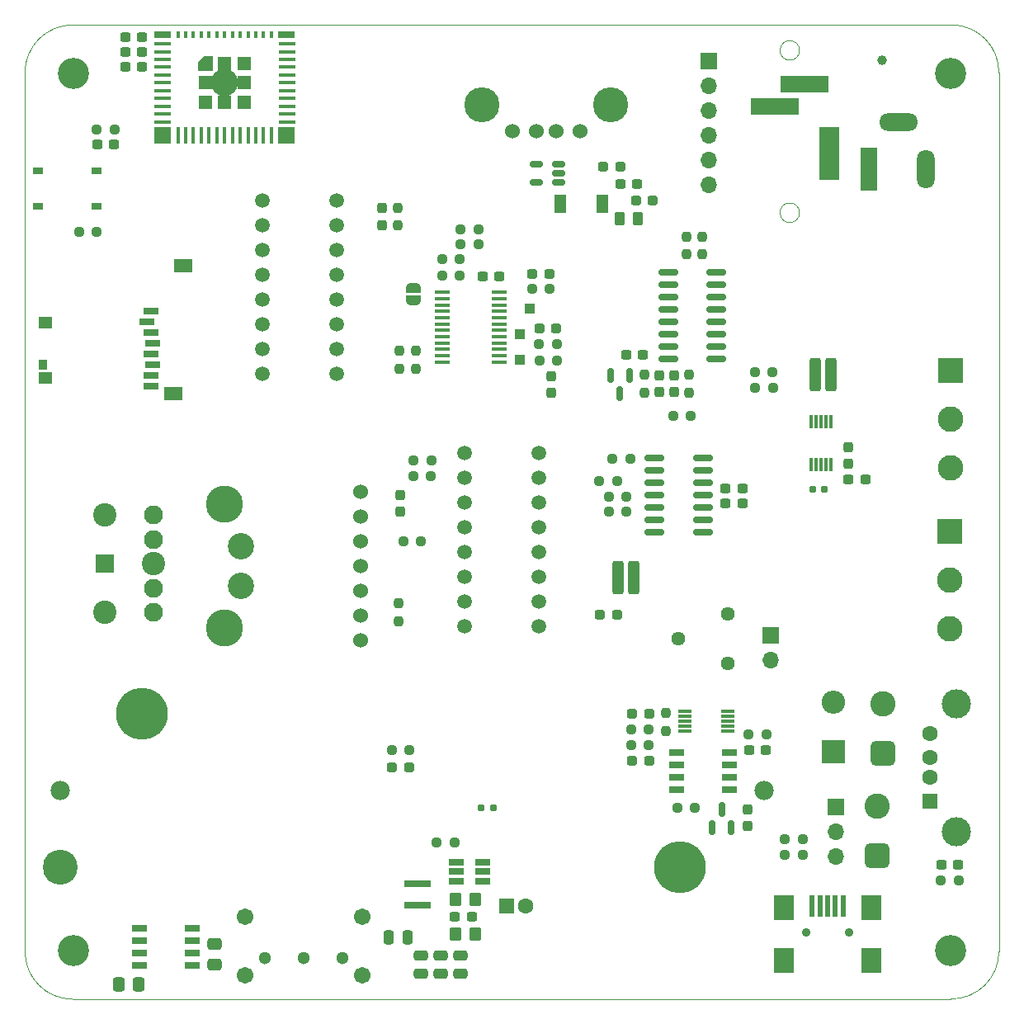
<source format=gbr>
%TF.GenerationSoftware,KiCad,Pcbnew,(6.0.5)*%
%TF.CreationDate,2022-06-30T10:31:43+03:00*%
%TF.ProjectId,test_project_01,74657374-5f70-4726-9f6a-6563745f3031,rev?*%
%TF.SameCoordinates,Original*%
%TF.FileFunction,Soldermask,Top*%
%TF.FilePolarity,Negative*%
%FSLAX46Y46*%
G04 Gerber Fmt 4.6, Leading zero omitted, Abs format (unit mm)*
G04 Created by KiCad (PCBNEW (6.0.5)) date 2022-06-30 10:31:43*
%MOMM*%
%LPD*%
G01*
G04 APERTURE LIST*
G04 Aperture macros list*
%AMRoundRect*
0 Rectangle with rounded corners*
0 $1 Rounding radius*
0 $2 $3 $4 $5 $6 $7 $8 $9 X,Y pos of 4 corners*
0 Add a 4 corners polygon primitive as box body*
4,1,4,$2,$3,$4,$5,$6,$7,$8,$9,$2,$3,0*
0 Add four circle primitives for the rounded corners*
1,1,$1+$1,$2,$3*
1,1,$1+$1,$4,$5*
1,1,$1+$1,$6,$7*
1,1,$1+$1,$8,$9*
0 Add four rect primitives between the rounded corners*
20,1,$1+$1,$2,$3,$4,$5,0*
20,1,$1+$1,$4,$5,$6,$7,0*
20,1,$1+$1,$6,$7,$8,$9,0*
20,1,$1+$1,$8,$9,$2,$3,0*%
%AMFreePoly0*
4,1,22,0.500000,-0.750000,0.000000,-0.750000,0.000000,-0.745033,-0.079941,-0.743568,-0.215256,-0.701293,-0.333266,-0.622738,-0.424486,-0.514219,-0.481581,-0.384460,-0.499164,-0.250000,-0.500000,-0.250000,-0.500000,0.250000,-0.499164,0.250000,-0.499963,0.256109,-0.478152,0.396186,-0.417904,0.524511,-0.324060,0.630769,-0.204165,0.706417,-0.067858,0.745374,0.000000,0.744959,0.000000,0.750000,
0.500000,0.750000,0.500000,-0.750000,0.500000,-0.750000,$1*%
%AMFreePoly1*
4,1,20,0.000000,0.744959,0.073905,0.744508,0.209726,0.703889,0.328688,0.626782,0.421226,0.519385,0.479903,0.390333,0.500000,0.250000,0.500000,-0.250000,0.499851,-0.262216,0.476331,-0.402017,0.414519,-0.529596,0.319384,-0.634700,0.198574,-0.708877,0.061801,-0.746166,0.000000,-0.745033,0.000000,-0.750000,-0.500000,-0.750000,-0.500000,0.750000,0.000000,0.750000,0.000000,0.744959,
0.000000,0.744959,$1*%
%AMFreePoly2*
4,1,6,0.725000,-0.725000,-0.725000,-0.725000,-0.725000,0.125000,-0.125000,0.725000,0.725000,0.725000,0.725000,-0.725000,0.725000,-0.725000,$1*%
G04 Aperture macros list end*
%TA.AperFunction,Profile*%
%ADD10C,0.100000*%
%TD*%
%TA.AperFunction,Profile*%
%ADD11C,0.120000*%
%TD*%
%ADD12RoundRect,0.237500X-0.237500X0.300000X-0.237500X-0.300000X0.237500X-0.300000X0.237500X0.300000X0*%
%ADD13R,2.000000X5.500000*%
%ADD14R,5.000000X1.800000*%
%ADD15RoundRect,0.150000X0.150000X-0.587500X0.150000X0.587500X-0.150000X0.587500X-0.150000X-0.587500X0*%
%ADD16RoundRect,0.237500X-0.300000X-0.237500X0.300000X-0.237500X0.300000X0.237500X-0.300000X0.237500X0*%
%ADD17R,2.700000X0.800000*%
%ADD18RoundRect,0.237500X0.300000X0.237500X-0.300000X0.237500X-0.300000X-0.237500X0.300000X-0.237500X0*%
%ADD19RoundRect,0.237500X-0.250000X-0.237500X0.250000X-0.237500X0.250000X0.237500X-0.250000X0.237500X0*%
%ADD20RoundRect,0.237500X0.237500X-0.300000X0.237500X0.300000X-0.237500X0.300000X-0.237500X-0.300000X0*%
%ADD21RoundRect,0.250000X0.250000X0.475000X-0.250000X0.475000X-0.250000X-0.475000X0.250000X-0.475000X0*%
%ADD22RoundRect,0.237500X-0.287500X-0.237500X0.287500X-0.237500X0.287500X0.237500X-0.287500X0.237500X0*%
%ADD23C,1.440000*%
%ADD24RoundRect,0.237500X0.250000X0.237500X-0.250000X0.237500X-0.250000X-0.237500X0.250000X-0.237500X0*%
%ADD25RoundRect,0.250000X-0.350000X-0.450000X0.350000X-0.450000X0.350000X0.450000X-0.350000X0.450000X0*%
%ADD26R,1.700000X1.700000*%
%ADD27O,1.700000X1.700000*%
%ADD28RoundRect,0.250000X0.475000X-0.337500X0.475000X0.337500X-0.475000X0.337500X-0.475000X-0.337500X0*%
%ADD29RoundRect,0.150000X0.825000X0.150000X-0.825000X0.150000X-0.825000X-0.150000X0.825000X-0.150000X0*%
%ADD30RoundRect,0.160000X-0.197500X-0.160000X0.197500X-0.160000X0.197500X0.160000X-0.197500X0.160000X0*%
%ADD31RoundRect,0.250000X-0.475000X0.250000X-0.475000X-0.250000X0.475000X-0.250000X0.475000X0.250000X0*%
%ADD32RoundRect,0.237500X-0.237500X0.250000X-0.237500X-0.250000X0.237500X-0.250000X0.237500X0.250000X0*%
%ADD33RoundRect,0.250000X0.262500X0.450000X-0.262500X0.450000X-0.262500X-0.450000X0.262500X-0.450000X0*%
%ADD34C,1.300000*%
%ADD35C,1.710000*%
%ADD36RoundRect,0.237500X0.237500X-0.250000X0.237500X0.250000X-0.237500X0.250000X-0.237500X-0.250000X0*%
%ADD37C,1.000000*%
%ADD38C,3.810000*%
%ADD39C,2.700000*%
%ADD40C,1.524000*%
%ADD41RoundRect,0.237500X0.237500X-0.287500X0.237500X0.287500X-0.237500X0.287500X-0.237500X-0.287500X0*%
%ADD42RoundRect,0.160000X0.197500X0.160000X-0.197500X0.160000X-0.197500X-0.160000X0.197500X-0.160000X0*%
%ADD43RoundRect,0.237500X0.287500X0.237500X-0.287500X0.237500X-0.287500X-0.237500X0.287500X-0.237500X0*%
%ADD44R,1.000000X0.700000*%
%ADD45RoundRect,0.250000X0.350000X0.450000X-0.350000X0.450000X-0.350000X-0.450000X0.350000X-0.450000X0*%
%ADD46R,1.000000X1.000000*%
%ADD47R,1.500000X1.600000*%
%ADD48C,1.600000*%
%ADD49C,3.000000*%
%ADD50RoundRect,0.650000X0.650000X-0.650000X0.650000X0.650000X-0.650000X0.650000X-0.650000X-0.650000X0*%
%ADD51C,2.600000*%
%ADD52R,1.400000X0.300000*%
%ADD53RoundRect,0.101600X-1.206500X1.206500X-1.206500X-1.206500X1.206500X-1.206500X1.206500X1.206500X0*%
%ADD54C,2.616200*%
%ADD55FreePoly0,90.000000*%
%ADD56FreePoly1,90.000000*%
%ADD57RoundRect,0.250000X-0.337500X-1.450000X0.337500X-1.450000X0.337500X1.450000X-0.337500X1.450000X0*%
%ADD58C,3.200000*%
%ADD59R,1.800000X0.400000*%
%ADD60R,0.400000X1.800000*%
%ADD61R,1.450000X1.450000*%
%ADD62R,0.400000X0.800000*%
%ADD63R,1.700000X0.700000*%
%ADD64C,2.800000*%
%ADD65FreePoly2,0.000000*%
%ADD66R,1.560000X0.650000*%
%ADD67R,0.300000X1.400000*%
%ADD68RoundRect,0.250000X0.337500X0.475000X-0.337500X0.475000X-0.337500X-0.475000X0.337500X-0.475000X0*%
%ADD69R,1.500000X0.650000*%
%ADD70C,1.500000*%
%ADD71R,1.800000X4.400000*%
%ADD72O,1.800000X4.000000*%
%ADD73O,4.000000X1.800000*%
%ADD74R,2.400000X2.400000*%
%ADD75O,2.400000X2.400000*%
%ADD76R,1.200000X1.850000*%
%ADD77R,1.500000X0.450000*%
%ADD78RoundRect,0.250000X0.337500X1.450000X-0.337500X1.450000X-0.337500X-1.450000X0.337500X-1.450000X0*%
%ADD79C,0.900000*%
%ADD80R,0.500000X2.250000*%
%ADD81R,2.000000X2.500000*%
%ADD82R,1.600000X1.600000*%
%ADD83C,1.530000*%
%ADD84C,3.600000*%
%ADD85R,1.400000X1.300000*%
%ADD86R,0.950000X1.000000*%
%ADD87R,1.900000X1.400000*%
%ADD88R,1.500000X0.800000*%
%ADD89RoundRect,0.150000X0.512500X0.150000X-0.512500X0.150000X-0.512500X-0.150000X0.512500X-0.150000X0*%
%ADD90RoundRect,0.150000X-0.150000X0.587500X-0.150000X-0.587500X0.150000X-0.587500X0.150000X0.587500X0*%
%ADD91R,1.950000X1.950000*%
%ADD92C,1.950000*%
%ADD93C,2.400000*%
%ADD94C,1.980000*%
%ADD95C,5.325000*%
%ADD96C,3.585000*%
G04 APERTURE END LIST*
D10*
X54944997Y-50017243D02*
X145105552Y-50016884D01*
X50038000Y-145054603D02*
X50016884Y-54944848D01*
X145034000Y-149961600D02*
X54894048Y-149982716D01*
X149961600Y-145105552D02*
X149961600Y-54944997D01*
X145034000Y-149961600D02*
G75*
G03*
X149961600Y-145105552I70785J4856299D01*
G01*
X50037998Y-145054603D02*
G75*
G03*
X54894048Y-149982716I4856297J-71293D01*
G01*
X54944997Y-50017243D02*
G75*
G03*
X50016884Y-54944848I-254J-4927859D01*
G01*
X149961599Y-54944997D02*
G75*
G03*
X145105552Y-50016884I-4856299J71291D01*
G01*
D11*
%TO.C,J4*%
X129501800Y-69291200D02*
G75*
G03*
X129501800Y-69291200I-1000000J0D01*
G01*
X129501800Y-52639200D02*
G75*
G03*
X129501800Y-52639200I-1000000J0D01*
G01*
%TD*%
D12*
%TO.C,C16*%
X124180600Y-130531700D03*
X124180600Y-132256700D03*
%TD*%
D13*
%TO.C,J4*%
X132549800Y-63195200D03*
D14*
X126961800Y-58369200D03*
X130009800Y-56083200D03*
%TD*%
D15*
%TO.C,U8*%
X120563600Y-132407900D03*
X122463600Y-132407900D03*
X121513600Y-130532900D03*
%TD*%
D16*
%TO.C,C11*%
X121922200Y-97561400D03*
X123647200Y-97561400D03*
%TD*%
D17*
%TO.C,L1*%
X90297000Y-138153000D03*
X90297000Y-140353000D03*
%TD*%
D18*
%TO.C,C5*%
X62050000Y-52806600D03*
X60325000Y-52806600D03*
%TD*%
D19*
%TO.C,R27*%
X110290600Y-94538800D03*
X112115600Y-94538800D03*
%TD*%
D20*
%TO.C,C7*%
X115138200Y-87679700D03*
X115138200Y-85954700D03*
%TD*%
D19*
%TO.C,R34*%
X128017900Y-133604000D03*
X129842900Y-133604000D03*
%TD*%
D21*
%TO.C,C22*%
X89276000Y-143637000D03*
X87376000Y-143637000D03*
%TD*%
D19*
%TO.C,R29*%
X124893700Y-85623400D03*
X126718700Y-85623400D03*
%TD*%
D22*
%TO.C,D3*%
X112307400Y-125552200D03*
X114057400Y-125552200D03*
%TD*%
D23*
%TO.C,RV1*%
X122162000Y-110439200D03*
X117082000Y-112979200D03*
X122162000Y-115519200D03*
%TD*%
D24*
%TO.C,R12*%
X96545400Y-72491600D03*
X94720400Y-72491600D03*
%TD*%
D25*
%TO.C,RR2*%
X94199200Y-139776200D03*
X96199200Y-139776200D03*
%TD*%
D12*
%TO.C,C6*%
X116662200Y-85980100D03*
X116662200Y-87705100D03*
%TD*%
D24*
%TO.C,R25*%
X111758100Y-99974400D03*
X109933100Y-99974400D03*
%TD*%
D26*
%TO.C,JP2*%
X133197600Y-130240800D03*
D27*
X133197600Y-132780800D03*
X133197600Y-135320800D03*
%TD*%
D28*
%TO.C,C18*%
X69469000Y-146427100D03*
X69469000Y-144352100D03*
%TD*%
D29*
%TO.C,U3*%
X120991400Y-84302600D03*
X120991400Y-83032600D03*
X120991400Y-81762600D03*
X120991400Y-80492600D03*
X120991400Y-79222600D03*
X120991400Y-77952600D03*
X120991400Y-76682600D03*
X120991400Y-75412600D03*
X116041400Y-75412600D03*
X116041400Y-76682600D03*
X116041400Y-77952600D03*
X116041400Y-79222600D03*
X116041400Y-80492600D03*
X116041400Y-81762600D03*
X116041400Y-83032600D03*
X116041400Y-84302600D03*
%TD*%
D12*
%TO.C,C8*%
X88544400Y-98222900D03*
X88544400Y-99947900D03*
%TD*%
D30*
%TO.C,FB2*%
X96862300Y-130327400D03*
X98057300Y-130327400D03*
%TD*%
D31*
%TO.C,C21*%
X90678000Y-145481000D03*
X90678000Y-147381000D03*
%TD*%
D18*
%TO.C,C3*%
X59180900Y-62306200D03*
X57455900Y-62306200D03*
%TD*%
D32*
%TO.C,R9*%
X88341200Y-109374300D03*
X88341200Y-111199300D03*
%TD*%
D31*
%TO.C,C24*%
X94742000Y-145481000D03*
X94742000Y-147381000D03*
%TD*%
D33*
%TO.C,R20*%
X112875700Y-69926200D03*
X111050700Y-69926200D03*
%TD*%
D34*
%TO.C,S3*%
X82613000Y-145790500D03*
X78613000Y-145790500D03*
X74613000Y-145790500D03*
D35*
X84613000Y-141540500D03*
X84613000Y-147540500D03*
X72613000Y-147540500D03*
X72613000Y-141540500D03*
%TD*%
D36*
%TO.C,R42*%
X118186200Y-87755100D03*
X118186200Y-85930100D03*
%TD*%
D37*
%TO.C,FID1*%
X137998200Y-53670200D03*
%TD*%
D38*
%TO.C,U4*%
X70510400Y-99161600D03*
X70510400Y-111861600D03*
D39*
X72161400Y-107543600D03*
X72161400Y-103479600D03*
D40*
X84480400Y-97891600D03*
X84480400Y-100431600D03*
X84480400Y-113131600D03*
X84480400Y-110591600D03*
X84480400Y-108051600D03*
X84480400Y-105511600D03*
X84480400Y-102971600D03*
%TD*%
D19*
%TO.C,R36*%
X112221000Y-122275600D03*
X114046000Y-122275600D03*
%TD*%
D41*
%TO.C,D6*%
X86639400Y-70558600D03*
X86639400Y-68808600D03*
%TD*%
D42*
%TO.C,R35*%
X132067900Y-97637600D03*
X130872900Y-97637600D03*
%TD*%
D43*
%TO.C,D5*%
X89456200Y-126161800D03*
X87706200Y-126161800D03*
%TD*%
D44*
%TO.C,SW1*%
X51356000Y-64952000D03*
X57356000Y-64952000D03*
X51356000Y-68652000D03*
X57356000Y-68652000D03*
%TD*%
D36*
%TO.C,R40*%
X115773200Y-122451500D03*
X115773200Y-120626500D03*
%TD*%
D45*
%TO.C,RR1*%
X96199200Y-143281400D03*
X94199200Y-143281400D03*
%TD*%
D19*
%TO.C,R8*%
X88853000Y-102971600D03*
X90678000Y-102971600D03*
%TD*%
D18*
%TO.C,C1*%
X62048900Y-54330600D03*
X60323900Y-54330600D03*
%TD*%
D36*
%TO.C,R18*%
X90121600Y-85312400D03*
X90121600Y-83487400D03*
%TD*%
D26*
%TO.C,J8*%
X120167400Y-53721000D03*
D27*
X120167400Y-56261000D03*
X120167400Y-58801000D03*
X120167400Y-61341000D03*
X120167400Y-63881000D03*
X120167400Y-66421000D03*
%TD*%
D24*
%TO.C,R26*%
X111758100Y-98399600D03*
X109933100Y-98399600D03*
%TD*%
D46*
%TO.C,TP1*%
X101803200Y-79146400D03*
%TD*%
D47*
%TO.C,J9*%
X142925200Y-129712600D03*
D48*
X142925200Y-127212600D03*
X142925200Y-125212600D03*
X142925200Y-122712600D03*
D49*
X145635200Y-132782600D03*
X145635200Y-119642600D03*
%TD*%
D50*
%TO.C,J11*%
X137490200Y-135229600D03*
D51*
X137490200Y-130149600D03*
%TD*%
D19*
%TO.C,R43*%
X116511700Y-90170000D03*
X118336700Y-90170000D03*
%TD*%
D22*
%TO.C,D1*%
X112713800Y-68021200D03*
X114463800Y-68021200D03*
%TD*%
D29*
%TO.C,U6*%
X119569000Y-102108000D03*
X119569000Y-100838000D03*
X119569000Y-99568000D03*
X119569000Y-98298000D03*
X119569000Y-97028000D03*
X119569000Y-95758000D03*
X119569000Y-94488000D03*
X114619000Y-94488000D03*
X114619000Y-95758000D03*
X114619000Y-97028000D03*
X114619000Y-98298000D03*
X114619000Y-99568000D03*
X114619000Y-100838000D03*
X114619000Y-102108000D03*
%TD*%
D50*
%TO.C,J12*%
X138023600Y-124764800D03*
D51*
X138023600Y-119684800D03*
%TD*%
D52*
%TO.C,IC3*%
X117713400Y-120462800D03*
X117713400Y-120962800D03*
X117713400Y-121462800D03*
X117713400Y-121962800D03*
X117713400Y-122462800D03*
X122113400Y-122462800D03*
X122113400Y-121962800D03*
X122113400Y-121462800D03*
X122113400Y-120962800D03*
X122113400Y-120462800D03*
%TD*%
D53*
%TO.C,J7*%
X144940020Y-101959410D03*
D54*
X144940020Y-106958130D03*
X144940020Y-111959390D03*
%TD*%
D16*
%TO.C,C15*%
X124334100Y-124460000D03*
X126059100Y-124460000D03*
%TD*%
D32*
%TO.C,R23*%
X117881400Y-71731500D03*
X117881400Y-73556500D03*
%TD*%
D18*
%TO.C,C12*%
X123646100Y-99085400D03*
X121921100Y-99085400D03*
%TD*%
D55*
%TO.C,JP1*%
X89890600Y-78282800D03*
D56*
X89890600Y-76982800D03*
%TD*%
D16*
%TO.C,C9*%
X111126100Y-66319400D03*
X112851100Y-66319400D03*
%TD*%
D19*
%TO.C,R39*%
X116968900Y-130378200D03*
X118793900Y-130378200D03*
%TD*%
D16*
%TO.C,C4*%
X111710300Y-83896200D03*
X113435300Y-83896200D03*
%TD*%
D22*
%TO.C,D8*%
X102807800Y-81127600D03*
X104557800Y-81127600D03*
%TD*%
D57*
%TO.C,R31*%
X131090100Y-85877400D03*
X132765100Y-85877400D03*
%TD*%
D18*
%TO.C,C10*%
X145791100Y-136220200D03*
X144066100Y-136220200D03*
%TD*%
D24*
%TO.C,R13*%
X96547300Y-70967600D03*
X94722300Y-70967600D03*
%TD*%
D58*
%TO.C,H4*%
X55000000Y-145000000D03*
%TD*%
D16*
%TO.C,C23*%
X96978300Y-75844400D03*
X98703300Y-75844400D03*
%TD*%
D22*
%TO.C,D2*%
X112307400Y-120675400D03*
X114057400Y-120675400D03*
%TD*%
D59*
%TO.C,U1*%
X64112600Y-51956200D03*
X64112600Y-52756200D03*
X64112600Y-53556200D03*
X64112600Y-54356200D03*
X64112600Y-55156200D03*
X64112600Y-55956200D03*
X64112600Y-56756200D03*
X64112600Y-57556200D03*
X64112600Y-58356200D03*
X64112600Y-59156200D03*
X64112600Y-59956200D03*
D60*
X65712600Y-61356200D03*
X66512600Y-61356200D03*
X67312600Y-61356200D03*
X68112600Y-61356200D03*
X68912600Y-61356200D03*
X69712600Y-61356200D03*
X70512600Y-61356200D03*
X71312600Y-61356200D03*
X72112600Y-61356200D03*
X72912600Y-61356200D03*
X73712600Y-61356200D03*
X74512600Y-61356200D03*
X75312600Y-61356200D03*
D59*
X76912600Y-59956200D03*
X76912600Y-59156200D03*
X76912600Y-58356200D03*
X76912600Y-57556200D03*
X76912600Y-56756200D03*
X76912600Y-55956200D03*
X76912600Y-55156200D03*
X76912600Y-54356200D03*
X76912600Y-53556200D03*
X76912600Y-52756200D03*
X76912600Y-51956200D03*
D61*
X70512600Y-53981200D03*
D62*
X65712600Y-51056200D03*
X72912600Y-51056200D03*
X66512600Y-51056200D03*
X70512600Y-51056200D03*
X72112600Y-51056200D03*
D61*
X72487600Y-53981200D03*
D62*
X69712600Y-51056200D03*
X68912600Y-51056200D03*
D61*
X70512600Y-57931200D03*
X68537600Y-57931200D03*
D63*
X76862600Y-51006200D03*
D64*
X70512600Y-55956200D03*
D62*
X74512600Y-51056200D03*
X67312600Y-51056200D03*
D61*
X72487600Y-57931200D03*
X72487600Y-55956200D03*
D65*
X68537600Y-53981200D03*
D63*
X64162600Y-51006200D03*
D61*
X68537600Y-55956200D03*
D62*
X75312600Y-51056200D03*
X71312600Y-51056200D03*
X68112600Y-51056200D03*
D26*
X76862600Y-61356200D03*
D62*
X73712600Y-51056200D03*
D26*
X64162600Y-61356200D03*
%TD*%
D66*
%TO.C,U10*%
X94281000Y-135956000D03*
X94281000Y-136906000D03*
X94281000Y-137856000D03*
X96981000Y-137856000D03*
X96981000Y-136906000D03*
X96981000Y-135956000D03*
%TD*%
D22*
%TO.C,D7*%
X102096600Y-75590400D03*
X103846600Y-75590400D03*
%TD*%
D32*
%TO.C,R19*%
X88468200Y-83468200D03*
X88468200Y-85293200D03*
%TD*%
D24*
%TO.C,R3*%
X94077800Y-133908800D03*
X92252800Y-133908800D03*
%TD*%
D58*
%TO.C,H3*%
X145000000Y-145000000D03*
%TD*%
D19*
%TO.C,R2*%
X57380500Y-60731400D03*
X59205500Y-60731400D03*
%TD*%
D36*
%TO.C,R1*%
X113588800Y-87729700D03*
X113588800Y-85904700D03*
%TD*%
D46*
%TO.C,TP2*%
X100838000Y-81788000D03*
%TD*%
D67*
%TO.C,IC2*%
X132698300Y-90763300D03*
X132198300Y-90763300D03*
X131698300Y-90763300D03*
X131198300Y-90763300D03*
X130698300Y-90763300D03*
X130698300Y-95163300D03*
X131198300Y-95163300D03*
X131698300Y-95163300D03*
X132198300Y-95163300D03*
X132698300Y-95163300D03*
%TD*%
D22*
%TO.C,F1*%
X109361000Y-64566800D03*
X111111000Y-64566800D03*
%TD*%
D24*
%TO.C,R46*%
X104595300Y-82753200D03*
X102770300Y-82753200D03*
%TD*%
D19*
%TO.C,R32*%
X143992600Y-137820400D03*
X145817600Y-137820400D03*
%TD*%
D24*
%TO.C,R6*%
X91741000Y-94691200D03*
X89916000Y-94691200D03*
%TD*%
D68*
%TO.C,C17*%
X61718100Y-148463000D03*
X59643100Y-148463000D03*
%TD*%
D69*
%TO.C,IC4*%
X67165200Y-146507200D03*
X67165200Y-145237200D03*
X67165200Y-143967200D03*
X67165200Y-142697200D03*
X61765200Y-142697200D03*
X61765200Y-143967200D03*
X61765200Y-145237200D03*
X61765200Y-146507200D03*
%TD*%
D53*
%TO.C,J6*%
X145008600Y-85496400D03*
D54*
X145008600Y-90495120D03*
X145008600Y-95496380D03*
%TD*%
D70*
%TO.C,S2*%
X95148400Y-93980000D03*
X102768400Y-93980000D03*
X95148400Y-96520000D03*
X102768400Y-96520000D03*
X95148400Y-99060000D03*
X102768400Y-99060000D03*
X95148400Y-101600000D03*
X102768400Y-101600000D03*
X95148400Y-104140000D03*
X102768400Y-104140000D03*
X95148400Y-106680000D03*
X102768400Y-106680000D03*
X95148400Y-109220000D03*
X102768400Y-109220000D03*
X95148400Y-111760000D03*
X102768400Y-111760000D03*
%TD*%
D71*
%TO.C,J5*%
X136626600Y-64811200D03*
D72*
X142426600Y-64811200D03*
D73*
X139626600Y-60011200D03*
%TD*%
D24*
%TO.C,R28*%
X126769500Y-87223600D03*
X124944500Y-87223600D03*
%TD*%
D32*
%TO.C,R45*%
X88290400Y-68794600D03*
X88290400Y-70619600D03*
%TD*%
D18*
%TO.C,C20*%
X95858500Y-141528800D03*
X94133500Y-141528800D03*
%TD*%
D19*
%TO.C,R44*%
X87671000Y-124434600D03*
X89496000Y-124434600D03*
%TD*%
%TO.C,R16*%
X92838900Y-74066400D03*
X94663900Y-74066400D03*
%TD*%
%TO.C,R24*%
X108966000Y-96824800D03*
X110791000Y-96824800D03*
%TD*%
D41*
%TO.C,D9*%
X104038400Y-87793800D03*
X104038400Y-86043800D03*
%TD*%
D24*
%TO.C,R38*%
X126109100Y-122809000D03*
X124284100Y-122809000D03*
%TD*%
D43*
%TO.C,F2*%
X110806200Y-110540800D03*
X109056200Y-110540800D03*
%TD*%
D19*
%TO.C,R37*%
X112224900Y-123926600D03*
X114049900Y-123926600D03*
%TD*%
D24*
%TO.C,R47*%
X104646100Y-84429600D03*
X102821100Y-84429600D03*
%TD*%
D74*
%TO.C,D4*%
X132994400Y-124612400D03*
D75*
X132994400Y-119532400D03*
%TD*%
D58*
%TO.C,H2*%
X145000000Y-55000000D03*
%TD*%
D16*
%TO.C,C14*%
X134518800Y-96646300D03*
X136243800Y-96646300D03*
%TD*%
D18*
%TO.C,C2*%
X62051100Y-51257200D03*
X60326100Y-51257200D03*
%TD*%
D76*
%TO.C,FB1*%
X104961800Y-68376800D03*
X109261800Y-68376800D03*
%TD*%
D77*
%TO.C,IC1*%
X92808000Y-77451000D03*
X92808000Y-78101000D03*
X92808000Y-78751000D03*
X92808000Y-79401000D03*
X92808000Y-80051000D03*
X92808000Y-80701000D03*
X92808000Y-81351000D03*
X92808000Y-82001000D03*
X92808000Y-82651000D03*
X92808000Y-83301000D03*
X92808000Y-83951000D03*
X92808000Y-84601000D03*
X98708000Y-84601000D03*
X98708000Y-83951000D03*
X98708000Y-83301000D03*
X98708000Y-82651000D03*
X98708000Y-82001000D03*
X98708000Y-81351000D03*
X98708000Y-80701000D03*
X98708000Y-80051000D03*
X98708000Y-79401000D03*
X98708000Y-78751000D03*
X98708000Y-78101000D03*
X98708000Y-77451000D03*
%TD*%
D24*
%TO.C,R4*%
X91692100Y-96316800D03*
X89867100Y-96316800D03*
%TD*%
D78*
%TO.C,R41*%
X112520600Y-106730800D03*
X110845600Y-106730800D03*
%TD*%
D79*
%TO.C,J10*%
X134584800Y-143123600D03*
X130184800Y-143123600D03*
D80*
X130784800Y-140448600D03*
X131584800Y-140448600D03*
X132384800Y-140448600D03*
X133184800Y-140448600D03*
X133984800Y-140448600D03*
D81*
X127934800Y-140573600D03*
X136834800Y-140573600D03*
X127934800Y-146023600D03*
X136834800Y-146023600D03*
%TD*%
D26*
%TO.C,J13*%
X126568200Y-112644000D03*
D27*
X126568200Y-115184000D03*
%TD*%
D58*
%TO.C,H1*%
X55000000Y-55000000D03*
%TD*%
D19*
%TO.C,R17*%
X92813500Y-75768200D03*
X94638500Y-75768200D03*
%TD*%
D82*
%TO.C,C19*%
X99415600Y-140385800D03*
D48*
X101415600Y-140385800D03*
%TD*%
D36*
%TO.C,R22*%
X119553200Y-73565900D03*
X119553200Y-71740900D03*
%TD*%
D24*
%TO.C,R30*%
X103884100Y-77114400D03*
X102059100Y-77114400D03*
%TD*%
D83*
%TO.C,J2*%
X107010200Y-60934600D03*
X104510200Y-60934600D03*
X102510200Y-60934600D03*
X100010200Y-60934600D03*
D84*
X110080200Y-58224600D03*
X96940200Y-58224600D03*
%TD*%
D85*
%TO.C,J3*%
X52110000Y-86280400D03*
D86*
X51884000Y-84890400D03*
D85*
X52110000Y-80580400D03*
D87*
X65259000Y-87880400D03*
X66259000Y-74730400D03*
D88*
X62970000Y-79390400D03*
X62570000Y-80490400D03*
X62970000Y-81590400D03*
X63170000Y-82690400D03*
X62970000Y-83790400D03*
X63170000Y-84890400D03*
X62970000Y-85990400D03*
X62970000Y-87090400D03*
%TD*%
D31*
%TO.C,C25*%
X92705000Y-145481000D03*
X92705000Y-147381000D03*
%TD*%
D89*
%TO.C,U5*%
X104769500Y-66177200D03*
X104769500Y-65227200D03*
X104769500Y-64277200D03*
X102494500Y-64277200D03*
X102494500Y-66177200D03*
%TD*%
D24*
%TO.C,R33*%
X129819400Y-135204200D03*
X127994400Y-135204200D03*
%TD*%
D46*
%TO.C,TP3*%
X100838000Y-84378800D03*
%TD*%
D90*
%TO.C,U2*%
X112024200Y-85955900D03*
X110124200Y-85955900D03*
X111074200Y-87830900D03*
%TD*%
D69*
%TO.C,Q1*%
X122308600Y-128447800D03*
X122308600Y-127177800D03*
X122308600Y-125907800D03*
X122308600Y-124637800D03*
X116908600Y-124637800D03*
X116908600Y-125907800D03*
X116908600Y-127177800D03*
X116908600Y-128447800D03*
%TD*%
D20*
%TO.C,C13*%
X134492300Y-95045000D03*
X134492300Y-93320000D03*
%TD*%
D70*
%TO.C,S1*%
X74422000Y-68072000D03*
X82042000Y-68072000D03*
X74422000Y-70612000D03*
X82042000Y-70612000D03*
X74422000Y-73152000D03*
X82042000Y-73152000D03*
X74422000Y-75692000D03*
X82042000Y-75692000D03*
X74422000Y-78232000D03*
X82042000Y-78232000D03*
X74422000Y-80772000D03*
X82042000Y-80772000D03*
X74422000Y-83312000D03*
X82042000Y-83312000D03*
X74422000Y-85852000D03*
X82042000Y-85852000D03*
%TD*%
D91*
%TO.C,J1*%
X58200200Y-105308400D03*
D92*
X63200200Y-100308400D03*
X63200200Y-102808400D03*
X63200200Y-107808400D03*
X63200200Y-110308400D03*
D93*
X58200200Y-100308400D03*
X58200200Y-110308400D03*
X63200200Y-105308400D03*
%TD*%
D24*
%TO.C,R21*%
X57376700Y-71221600D03*
X55551700Y-71221600D03*
%TD*%
D94*
%TO.C,U7*%
X125857000Y-128574800D03*
X53657000Y-128574800D03*
D95*
X117217000Y-136444800D03*
D96*
X53657000Y-136444800D03*
D95*
X62017000Y-120704800D03*
%TD*%
M02*

</source>
